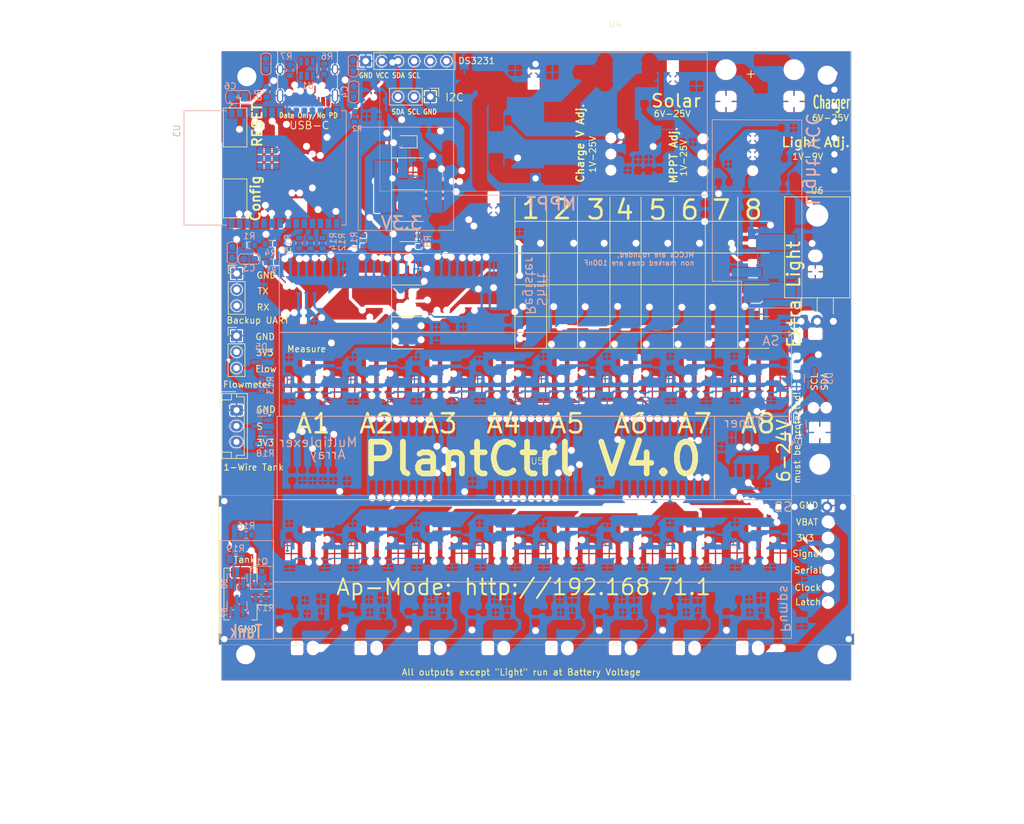
<source format=kicad_pcb>
(kicad_pcb
	(version 20241229)
	(generator "pcbnew")
	(generator_version "9.0")
	(general
		(thickness 1.6)
		(legacy_teardrops no)
	)
	(paper "A4")
	(layers
		(0 "F.Cu" signal)
		(4 "In1.Cu" signal)
		(6 "In2.Cu" signal)
		(2 "B.Cu" signal)
		(9 "F.Adhes" user "F.Adhesive")
		(11 "B.Adhes" user "B.Adhesive")
		(13 "F.Paste" user)
		(15 "B.Paste" user)
		(5 "F.SilkS" user "F.Silkscreen")
		(7 "B.SilkS" user "B.Silkscreen")
		(1 "F.Mask" user)
		(3 "B.Mask" user)
		(17 "Dwgs.User" user "User.Drawings")
		(19 "Cmts.User" user "User.Comments")
		(21 "Eco1.User" user "User.Eco1")
		(23 "Eco2.User" user "User.Eco2")
		(25 "Edge.Cuts" user)
		(27 "Margin" user)
		(31 "F.CrtYd" user "F.Courtyard")
		(29 "B.CrtYd" user "B.Courtyard")
		(35 "F.Fab" user)
		(33 "B.Fab" user)
	)
	(setup
		(stackup
			(layer "F.SilkS"
				(type "Top Silk Screen")
			)
			(layer "F.Paste"
				(type "Top Solder Paste")
			)
			(layer "F.Mask"
				(type "Top Solder Mask")
				(thickness 0.01)
			)
			(layer "F.Cu"
				(type "copper")
				(thickness 0.035)
			)
			(layer "dielectric 1"
				(type "prepreg")
				(thickness 0.1)
				(material "FR4")
				(epsilon_r 4.5)
				(loss_tangent 0.02)
			)
			(layer "In1.Cu"
				(type "copper")
				(thickness 0.035)
			)
			(layer "dielectric 2"
				(type "core")
				(thickness 1.24)
				(material "FR4")
				(epsilon_r 4.5)
				(loss_tangent 0.02)
			)
			(layer "In2.Cu"
				(type "copper")
				(thickness 0.035)
			)
			(layer "dielectric 3"
				(type "prepreg")
				(thickness 0.1)
				(material "FR4")
				(epsilon_r 4.5)
				(loss_tangent 0.02)
			)
			(layer "B.Cu"
				(type "copper")
				(thickness 0.035)
			)
			(layer "B.Mask"
				(type "Bottom Solder Mask")
				(thickness 0.01)
			)
			(layer "B.Paste"
				(type "Bottom Solder Paste")
			)
			(layer "B.SilkS"
				(type "Bottom Silk Screen")
			)
			(copper_finish "HAL lead-free")
			(dielectric_constraints no)
		)
		(pad_to_mask_clearance 0.05)
		(allow_soldermask_bridges_in_footprints no)
		(tenting front back)
		(aux_axis_origin 68.58 26.67)
		(grid_origin 68.58 26.67)
		(pcbplotparams
			(layerselection 0x00000000_00000000_5555555f_ffffffff)
			(plot_on_all_layers_selection 0x00000000_00000000_00000000_00000000)
			(disableapertmacros no)
			(usegerberextensions no)
			(usegerberattributes no)
			(usegerberadvancedattributes no)
			(creategerberjobfile no)
			(dashed_line_dash_ratio 12.000000)
			(dashed_line_gap_ratio 3.000000)
			(svgprecision 4)
			(plotframeref no)
			(mode 1)
			(useauxorigin no)
			(hpglpennumber 1)
			(hpglpenspeed 20)
			(hpglpendiameter 15.000000)
			(pdf_front_fp_property_popups yes)
			(pdf_back_fp_property_popups yes)
			(pdf_metadata yes)
			(pdf_single_document no)
			(dxfpolygonmode yes)
			(dxfimperialunits yes)
			(dxfusepcbnewfont yes)
			(psnegative no)
			(psa4output no)
			(plot_black_and_white yes)
			(sketchpadsonfab no)
			(plotpadnumbers no)
			(hidednponfab no)
			(sketchdnponfab yes)
			(crossoutdnponfab yes)
			(subtractmaskfromsilk no)
			(outputformat 1)
			(mirror no)
			(drillshape 0)
			(scaleselection 1)
			(outputdirectory "gerber/")
		)
	)
	(net 0 "")
	(net 1 "EN")
	(net 2 "VBAT")
	(net 3 "GND")
	(net 4 "3_3V")
	(net 5 "Temp")
	(net 6 "Net-(C2-Pad2)")
	(net 7 "PUMP_ENABLE")
	(net 8 "TANK_SENSOR")
	(net 9 "Charge")
	(net 10 "unconnected-(U3-IO15-Pad23)")
	(net 11 "Net-(Q1-G)")
	(net 12 "ESP_RX")
	(net 13 "ESP_TX")
	(net 14 "Net-(Boot1-Pad2)")
	(net 15 "SDA")
	(net 16 "SCL")
	(net 17 "unconnected-(U3-IO23-Pad21)")
	(net 18 "Net-(CD1-A)")
	(net 19 "Net-(D1-K)")
	(net 20 "Net-(J7-Pin_1)")
	(net 21 "unconnected-(U4-GND-Pad10)")
	(net 22 "unconnected-(U4-GND-Pad9)")
	(net 23 "CD_Probe")
	(net 24 "IsDay")
	(net 25 "LED_ENABLE")
	(net 26 "Net-(J3-CC2)")
	(net 27 "WORKING")
	(net 28 "unconnected-(U4-GND-Pad8)")
	(net 29 "unconnected-(U4-GND-Pad11)")
	(net 30 "unconnected-(J3-SBU1-PadA8)")
	(net 31 "ENABLE_TANK")
	(net 32 "unconnected-(J3-SBU2-PadB8)")
	(net 33 "unconnected-(U4-3V3-Pad4)")
	(net 34 "Net-(J3-CC1)")
	(net 35 "USB_D-")
	(net 36 "FLOW")
	(net 37 "USB_D+")
	(net 38 "BOOT_SEL")
	(net 39 "WARN_LED")
	(net 40 "OE")
	(net 41 "unconnected-(U4-VBAT-Pad1)")
	(net 42 "SQW")
	(net 43 "32K")
	(net 44 "USB_BUS")
	(net 45 "Net-(R3-Pad1)")
	(net 46 "unconnected-(U1-I{slash}O2-Pad4)")
	(net 47 "unconnected-(U1-I{slash}O1-Pad6)")
	(net 48 "unconnected-(U3-IO8-Pad10)")
	(net 49 "unconnected-(U3-IO0-Pad8)")
	(net 50 "unconnected-(U3-NC-Pad22)")
	(net 51 "unconnected-(U5-SDA-Pad6)")
	(net 52 "unconnected-(U5-SCL-Pad5)")
	(net 53 "unconnected-(U5-GND-Pad2)")
	(net 54 "unconnected-(U5-3V3-Pad7)")
	(net 55 "unconnected-(U5-GND-Pad4)")
	(net 56 "unconnected-(U5-VCC-Pad8)")
	(net 57 "unconnected-(U5-GND-Pad1)")
	(net 58 "unconnected-(U5-GND-Pad3)")
	(footprint "MPPT:MPPT" (layer "F.Cu") (at 232.08 36.93))
	(footprint "Button_Switch_SMD:SW_SPST_CK_RS282G05A3" (layer "F.Cu") (at 172.33 52.67 90))
	(footprint "PumpOut:PumpModule" (layer "F.Cu") (at 219.93 105.67))
	(footprint "Button_Switch_SMD:SW_SPST_CK_RS282G05A3" (layer "F.Cu") (at 172.33 63.82 -90))
	(footprint "Connector_PinHeader_2.54mm:PinHeader_1x03_P2.54mm_Vertical" (layer "F.Cu") (at 172.555 85.445))
	(footprint "Connector_JST:JST_EH_B3B-EH-A_1x03_P2.50mm_Vertical" (layer "F.Cu") (at 172.555 97.145 -90))
	(footprint "LED_SMD:LED_0805_2012Metric" (layer "F.Cu") (at 199.23 69.6575 180))
	(footprint "Connector_PinHeader_2.54mm:PinHeader_1x06_P2.54mm_Vertical" (layer "F.Cu") (at 192.87 42.22 90))
	(footprint "Connector_JST:JST_PH_B2B-PH-SM4-TB_1x02-1MP_P2.00mm_Vertical" (layer "F.Cu") (at 174.93 126.07 90))
	(footprint "Connector_PinHeader_2.54mm:PinHeader_1x03_P2.54mm_Vertical" (layer "F.Cu") (at 172.58 75.645))
	(footprint "LED_SMD:LED_0805_2012Metric" (layer "F.Cu") (at 199.28 54.92 180))
	(footprint "Connector_USB:USB_C_Receptacle_HRO_TYPE-C-31-M-12" (layer "F.Cu") (at 183.725 44.545 180))
	(footprint "Package_TO_SOT_THT:TO-220-3_Horizontal_TabDown" (layer "F.Cu") (at 261.33 83.17))
	(footprint "Connector_PinHeader_2.54mm:PinHeader_1x03_P2.54mm_Vertical" (layer "F.Cu") (at 203.03 47.82 -90))
	(footprint "PCM_Capacitor_SMD_Handsoldering_AKL:C_0603_1608Metric_Pad1.08x0.95mm" (layer "B.Cu") (at 177.18 42.67 -90))
	(footprint "Resistor_SMD:R_0603_1608Metric" (layer "B.Cu") (at 184.18 70.87 90))
	(footprint "PCM_Capacitor_SMD_Handsoldering_AKL:C_0603_1608Metric_Pad1.08x0.95mm" (layer "B.Cu") (at 190.98 47.07 -90))
	(footprint "Resistor_SMD:R_0603_1608Metric" (layer "B.Cu") (at 191.105 50.97 90))
	(footprint "Resistor_SMD:R_0603_1608Metric" (layer "B.Cu") (at 176.38 126.67 180))
	(footprint "Package_TO_SOT_SMD:SOT-23" (layer "B.Cu") (at 176.455 89.5825 180))
	(footprint "Package_TO_SOT_SMD:SOT-23" (layer "B.Cu") (at 172.63 123.5325 90))
	(footprint "Resistor_SMD:R_0603_1608Metric" (layer "B.Cu") (at 192.48 70.495 -90))
	(footprint "Resistor_SMD:R_0603_1608Metric" (layer "B.Cu") (at 180.93 43.64 90))
	(footprint "Package_TO_SOT_SMD:SOT-23-6" (layer "B.Cu") (at 183.6325 43.4 90))
	(footprint "Package_TO_SOT_SMD:SOT-23" (layer "B.Cu") (at 176.58 99.67 180))
	(footprint "Resistor_SMD:R_0603_1608Metric" (layer "B.Cu") (at 178.02 73.87 180))
	(footprint "Resistor_SMD:R_0603_1608Metric" (layer "B.Cu") (at 174.055 116.77 180))
	(footprint "PCM_Capacitor_SMD_Handsoldering_AKL:C_0603_1608Metric_Pad1.08x0.95mm" (layer "B.Cu") (at 171.88 72.37 90))
	(footprint "Package_TO_SOT_SMD:SOT-23" (layer "B.Cu") (at 260.555 99.2825 90))
	(footprint "Resistor_SMD:R_0603_1608Metric" (layer "B.Cu") (at 182.4 70.87 -90))
	(footprint "Resistor_SMD:R_0603_1608Metric" (layer "B.Cu") (at 176.58 102.545 180))
	(footprint "PCM_Capacitor_SMD_Handsoldering_AKL:C_0805_2012Metric_Pad1.18x1.45mm" (layer "B.Cu") (at 172.78 47.87 180))
	(footprint "PCM_Capacitor_SMD_Handsoldering_AKL:C_0603_1608Metric_Pad1.08x0.95mm" (layer "B.Cu") (at 174.555 73.37))
	(footprint "Resistor_SMD:R_0805_2012Metric" (layer "B.Cu") (at 172.405 120.56 180))
	(footprint "Resistor_SMD:R_0603_1608Metric" (layer "B.Cu") (at 201.18 70.57 90))
	(footprint "esp32c6:XCVR_ESP32-C6-WROOM-1-N8"
		(layer "B.Cu")
		(uuid "a624af3d-bffa-4ff7-9554-e16d3c677f69")
		(at 177.05 59.025 -90)
		(property "Reference" "U3"
			(at -5.825 13.885 90)
			(layer "B.SilkS")
			(uuid "d5b33f4a-25c8-411f-8cf3-b0ddb5cf04b9")
			(effects
				(font
					(size 1 1)
					(thickness 0.15)
				)
				(justify mirror)
			)
		)
		(property "Value" "ESP32-C6-WROOM-1-N8"
			(at 6.24 -13.865 90)
			(layer "B.Fab")
			(uuid "c29efa2f-8afd-49cd-bbbc-4eee8867b361")
			(effects
				(font
					(size 1 1)
					(thickness 0.15)
				)
				(justify mirror)
			)
		)
		(property "Datasheet" ""
			(at 0 0 90)
			(unlocked yes)
			(layer "B.Fab")
			(hide yes)
			(uuid "40ba170d-f952-498b-9fac-a54147108766")
			(effects
				(font
					(size 1.27 1.27)
					(thickness 0.15)
				)
				(justify mirror)
			)
		)
		(property "Description" ""
			(at 0 0 90)
			(unlocked yes)
			(layer "B.Fab")
			(hide yes)
			(uuid "98dbc862-5b30-41d6-8128-5177e7b96c66")
			(effects
				(font
					(size 1.27 1.27)
					(thickness 0.15)
				)
				(justify mirror)
			)
		)
		(property "MAXIMUM_PACKAGE_HEIGHT" "3.25mm"
			(at 0 0 90)
			(unlocked yes)
			(layer "B.Fab")
			(hide yes)
			(uuid "17a73ae5-d6f5-4d2e-a7af-7c83fbaf9165")
			(effects
				(font
					(size 1 1)
					(thickness 0.15)
				)
				(justify mirror)
			)
		)
		(property "MF" "Espressif Systems"
			(at 0 0 270)
			(unlocked yes)
			(layer "B.Fab")
			(hide yes)
			(uuid "12c9da42-3420-4a7a-a265-332ed975db11")
			(effects
				(font
					(size 1 1)
					(thickness 0.15)
				)
				(justify mirror)
			)
		)
		(property "Package" "None"
			(at 0 0 270)
			(unlocked yes)
			(layer "B.Fab")
			(hide yes)
			(uuid "47033206-8e4b-4522-9ec6-ce6882904acd")
			(effects
				(font
					(size 1 1)
					(thickness 0.15)
				)
				(justify mirror)
			)
		)
		(property "Price" "None"
			(at 0 0 270)
			(unlocked yes)
			(layer "B.Fab")
			(hide yes)
			(uuid "6229e19a-ba91-4545-8f50-829968847fac")
			(effects
				(font
					(size 1 1)
					(thickness 0.15)
				)
				(justify mirror)
			)
		)
		(property "Check_prices" "https://www.snapeda.com/parts/ESP32-C6-WROOM-1-N8/Espressif+Systems/view-part/?ref=eda"
			(at 0 0 270)
			(unlocked yes)
			(layer "B.Fab")
			(hide yes)
			(uuid "6600633a-f237-476a-9762-068e02160458")
			(effects
				(font
					(size 1 1)
					(thickness 0.15)
				)
				(justify mirror)
			)
		)
		(property "STANDARD" "Manufacturer Recommendations"
			(at 0 0 270)
			(unlocked yes)
			(layer "B.Fab")
			(hide yes)
			(uuid "1b9cca3f-8693-4b01-95c4-607172b68f5f")
			(effects
				(font
					(size 1 1)
					(thickness 0.15)
				)
				(justify mirror)
			)
		)
		(property "PARTREV" "1.0"
			(at 0 0 270)
			(unlocked yes)
			(layer "B.Fab")
			(hide yes)
			(uuid "527a3018-489d-4c29-998a-74b971fa010c")
			(effects
				(font
					(size 1 1)
					(thickness 0.15)
				)
				(justify mirror)
			)
		)
		(property "SnapEDA_Link" "https://www.snapeda.com/parts/ESP32-C6-WROOM-1-N8/Espressif+Systems/view-part/?ref=snap"
			(at 0 0 270)
			(unlocked yes)
			(layer "B.Fab")
			(hide yes)
			(uuid "89e67eb5-fb11-4189-b514-39806bd191c7")
			(effects
				(font
					(size 1 1)
					(thickness 0.15)
				)
				(justify mirror)
			)
		)
		(property "MP" "ESP32-C6-WROOM-1-N8"
			(at 0 0 270)
			(unlocked yes)
			(layer "B.Fab")
			(hide yes)
			(uuid "51033315-de84-488a-9552-a63df6ac138e")
			(effects
				(font
					(size 1 1)
					(thickness 0.15)
				)
				(justify mirror)
			)
		)
		(property "Purchase-URL" "https://www.snapeda.com/api/url_track_click_mouser/?unipart_id=12616380&manufacturer=Espressif Systems&part_name=ESP32-C6-WROOM-1-N8&search_term=None"
			(at 0 0 270)
			(unlocked yes)
			(layer "B.Fab")
			(hide yes)
			(uuid "09d4b442-ea2f-4e68-9328-978d6c5e4f1a")
			(effects
				(font
					(size 1 1)
					(thickness 0.15)
				)
				(justify mirror)
			)
		)
		(property "Description_1" "\nMultiprotocol Modules ESP32-C6 module, Wi-Fi 6 in 2.4 GHz band, Bluetooth 5, Zigbee 3.0 and Thread. ESP34-WROOM Compatible - ENGINEERING SAMPLE\n"
			(at 0 0 270)
			(unlocked yes)
			(layer "B.Fab")
			(hide yes)
			(uuid "865f214d-f855-4618-b2bf-96b2a3de6528")
			(effects
				(font
					(size 1 1)
					(thickness 0.15)
				)
				(justify mirror)
			)
		)
		(property "Availability" "In Stock"
			(at 0 0 270)
			(unlocked yes)
			(layer "B.Fab")
			(hide yes)
			(uuid "0a049e35-b42a-4084-b5a5-91f7d78ccf6e")
			(effects
				(font
					(size 1 1)
					(thickness 0.15)
				)
				(justify mirror)
			)
		)
		(property "MANUFACTURER" "Espressif Systems"
			(at 0 0 270)
			(unlocked yes)
			(layer "B.Fab")
			(hide yes)
			(uuid "d9523897-607d-4cf8-80b3-034948f9ca34")
			(effects
				(font
					(size 1 1)
					(thickness 0.15)
				)
				(justify mirror)
			)
		)
		(property "LCSC_PART_NUMBER" "C5366877"
			(at 0 0 270)
			(unlocked yes)
			(layer "B.Fab")
			(hide yes)
			(uuid "7b7c8dc2-9f2c-418a-ae63-70b462248d30")
			(effects
				(font
					(size 1 1)
					(thickness 0.15)
				)
				(justify mirror)
			)
		)
		(path "/f7232738-47a5-44b3-868d-eabb66b56887")
		(sheetname "/")
		(sheetfile "PlantCtrlESP32.kicad_sch")
		(attr smd)
		(fp_line
			(start -9 12.75)
			(end -9 6.03)
			(stroke
				(width 0.127)
				(type solid)
			)
			(layer "B.SilkS")
			(uuid "494ce26b-9aa0-4bf4-a9ae-57e559e2225a")
		)
		(fp_line
			(start 9 12.75)
			(end -9 12.75)
			(stroke
				(width 0.127)
				(type solid)
			)
			(layer "B.SilkS")
			(uuid "5e75a5f7-7178-45f9-a9cf-d507b5d086d1")
		)
		(fp_line
			(start 9 6.03)
			(end 9 12.75)
			(stroke
				(width 0.127)
				(type solid)
			)
			(layer "B.SilkS")
			(uuid "b7561345-9bca-48a1-8c60-0a1a80894c75")
		)
		(fp_line
			(start -9 -12.02)
			(end -9 -12.75)
			(stroke
				(width 0.127)
				(type solid)
			)
			(layer "B.SilkS")
			(uuid "a2d74d62-2576-419b-a6e9-63e131d52af3")
		)
		(fp_line
			(start 9 -12.75)
			(end 9 -12.02)
			(stroke
				(width 0.127)
				(type solid)
			)
			(layer "B.SilkS")
			(uuid "39dd7fc7-a9bf-4a16-a170-ce3a6473759e")
		)
		(fp_line
			(start 9 -12.75)
			(end -9 -12.75)
			(stroke
				(width 0.127)
				(type solid)
			)
			(layer "B.SilkS")
			(uuid "1c072639-44ba-4414-a916-84bd0c702230")
		)
		(fp_circle
			(center -10 5.25)
			(end -9.9 5.25)
			(stroke
				(width 0.2)
				(type solid)
			)
			(fill no)
			(layer "B.SilkS")
			(uuid "5f6d5063-7704-4250-981d-187862e64ac9")
		)
		(fp_line
			(start -9.75 13)
			(end 9.75 13)
			(stroke
				(width 0.05)
				(type solid)
			)
			(layer "B.CrtYd")
			(uuid "34b346b0-f917-4e90-8d0f-7c5a66b47ad7")
		)
		(fp_line
			(start 9.75 13)
			(end 9.75 -13)
			(stroke
				(width 0.05)
				(type solid)
			)
			(layer "B.CrtYd")
			(uuid "80a66b8d-9015-4b98-828e-762e206aad5d")
		)
		(fp_line
			(start -9.75 -13)
			(end -9.75 13)
			(stroke
				(width 0.05)
				(type solid)
			)
			(layer "B.CrtYd")
			(uuid "8b904626-4bfb-4099-b5dd-8cbcc1028267")
		)
		(fp_line
			(start 9.75 -13)
			(end -9.75 -13)
			(stroke
				(width 0.05)
				(type solid)
			)
			(layer "B.CrtYd")
			(uuid "fc49a321-a33f-4800-b775-4847733192e6")
		)
		(fp_line
			(start -9 12.75)
			(end -9 -12.75)
			(stroke
				(width 0.127)
				(type solid)
			)
			(layer "B.Fab")
			(uuid "bd41a920-1057-4571-b819-e40e6e9f1230")
		)
		(fp_line
			(start 9 12.75)
			(end -9 12.75)
			(stroke
				(width 0.127)
				(type solid)
			)
			(layer "B.Fab")
			(uuid "5a0bea13-d785-4c1b-8041-fd55fdfdf517")
		)
		(fp_line
			(start 9 -12.75)
			(end 9 12.75)
			(stroke
				(width 0.127)
				(type solid)
			)
			(layer "B.Fab")
			(uuid "6a2f8571-f5c1-411f-90f7-7345c08d8fc1")
		)
		(fp_line
			(start 9 -12.75)
			(end -9 -12.75)
			(stroke
				(width 0.127)
				(type solid)
			)
			(layer "B.Fab")
			(uuid "1e76f1c1-406f-4769-a55c-ec28ff57b505")
		)
		(fp_circle
			(center -10 5.25)
			(end -9.9 5.25)
			(stroke
				(width 0.2)
				(type solid)
			)
			(fill no)
			(layer "B.Fab")
			(uuid "f777cba4-e91b-48b0-b6cd-96cd7437cf26")
		)
		(pad "1" smd rect
			(at -8.75 5.26 270)
			(size 1.5 0.9)
			(layers "B.Cu" "B.Mask" "B.Paste")
			(net 3 "GND")
			(pinfunction "GND")
			(pintype "power_in")
			(solder_mask_margin 0.102)
			(uuid "f7cb1e19-b6d7-452a-9a8d-d1b9f4eefcce")
		)
		(pad "2" smd rect
			(at -8.75 3.99 270)
			(size 1.5 0.9)
			(layers "B.Cu" "B.Mask" "B.Paste")
			(net 4 "3_3V")
			(pinfunction "3V3")
			(pintype "power_in")
			(solder_mask_margin 0.102)
			(uuid "748e1ca5-34c0-4e6f-9a5d-12a13eef6b9c")
		)
		(pad "3" smd rect
			(at -8.75 2.72 270)
			(size 1.5 0.9)
			(layers "B.Cu" "B.Mask" "B.Paste")
			(net 1 "EN")
			(pinfunction "EN")
			(pintype "input")
			(solder_mask_margin 0.102)
			(uuid "7d2f3549-1e63-4732-895c-49e64db929fb")
		)
		(pad "4" smd rect
			(at -8.75 1.45 270)
			(size 1.5 0.9)
			(layers "B.Cu" "B.Mask" "B.Paste")
			(net 36 "FLOW")
			(pinfunction "IO4")
			(pintype "bidirectional")
			(solder_mask_margin 0.102)
			(uuid "b21e5be3-a0a1-4ffd-b459-314c3f4710a6")
		)
		(pad "5" smd rect
			(at -8.75 0.18 270)
			(size 1.5 0.9)
			(layers "B.Cu" "B.Mask" "B.Paste")
			(net 8 "TANK_SENSOR")
			(pinfunction "IO5")
			(pintype "bidirectional")
			(solder_mask_margin 0.102)
			(uuid "3856d392-5503-4e49-ada6-50a6d591d184")
		)
		(pad "6" smd rect
			(at -8.75 -1.09 270)
			(size 1.5 0.9)
			(layers "B.Cu" "B.Mask" "B.Paste")
			(net 39 "WARN_LED")
			(pinfunction "IO6")
			(pintype "bidirectional")
			(solder_mask_margin 0.102)
			(uuid "93ee689d-35cd-4178-b061-a7279523ba7f")
		)
		(pad "7" smd rect
			(at -8.75 -2.36 270)
			(size 1.5 0.9)
			(layers "B.Cu" "B.Mask" "B.Paste")
			(net 24 "IsDay")
			(pinfunction "IO7")
			(pintype "bidirectional")
			(solder_mask_margin 0.102)
			(uuid "c1825512-72f4-48d9-9adb-55148932c7c3")
		)
		(pad "8" smd rect
			(at -8.75 -3.63 270)
			(size 1.5 0.9)
			(layers "B.Cu" "B.Mask" "B.Paste")
			(net 49 "unconnected-(U3-IO0-Pad8)")
			(pinfunction "IO0")
			(pintype "bidirectional+no_connect")
			(solder_mask_margin 0.102)
			(uuid "2645257d-590a-471b-ab8e-70dfa33d16d6")
		)
		(pad "9" smd rect
			(at -8.75 -4.9 270)
			(size 1.5 0.9)
			(layers "B.Cu" "B.Mask" "B.Paste")
			(net 38 "BOOT_SEL")
			(pinfunction "IO1")
			(pintype "bidirectional")
			(solder_mask_margin 0.102)
			(uuid "f611c7c5-7c4b-4a30-950e-80999a717aa4")
		)
		(pad "10" smd rect
			(at -8.75 -6.17 270)
			(size 1.5 0.9)
			(layers "B.Cu" "B.Mask" "B.Paste")
			(net 48 "unconnected-(U3-IO8-Pad10)")
			(pinfunction "IO8")
			(pintype "bidirectional+no_connect")
			(solder_mask_margin 0.102)
			(uuid "03173b1e-5318-4061-bb62-223041529cec")
		)
		(pad "11" smd rect
			(at -8.75 -7.44 270)
			(size 1.5 0.9)
			(layers "B.Cu" "B.Mask" "B.Paste")
			(net 25 "LED_ENABLE")
			(pinfunction "IO10")
			(pintype "bidirectional")
			(solder_mask_margin 0.102)
			(uuid "1230a1b2-24c0-410b-a0e4-a2e0dfb92eb3")
		)
		(pad "12" smd rect
			(at -8.75 -8.71 270)
			(size 1.5 0.9)
			(layers "B.Cu" "B.Mask" "B.Paste")
			(net 31 "ENABLE_TANK")
			(pinfunction "IO11")
			(pintype "bidirectional")
			(solder_mask_margin 0.102)
			(uuid "6e9016d6-48b4-4d7d-bd17-c501a13383cd")
		)
		(pad "13" smd rect
			(at -8.75 -9.98 270)
			(size 1.5 0.9)
			(layers "B.Cu" "B.Mask" "B.Paste")
			(net 35 "USB_D-")
			(pinfunction "IO12")
			(pintype "bidirectional")
			(solder_mask_margin 0.102)
			(uuid "746db41a-8537-48d7-8cd7-5f24554a7e33")
		)
		(pad "14" smd rect
			(at -8.75 -11.25 270)
			(size 1.5 0.9)
			(layers "B.Cu" "B.Mask" "B.Paste")
			(net 37 "USB_D+")
			(pinfunction "IO13")
			(pintype "bidirectional")
			(solder_mask_margin 0.102)
			(uuid "8b7db15d-ea6f-4401-9934-dd0e23d60117")
		)
		(pad "15" smd rect
			(at 8.75 -11.25 270)
			(size 1.5 0.9)
			(layers "B.Cu" "B.Mask" "B.Paste")
			(net 38 "BOOT_SEL")
			(pinfunction "IO9")
			(pintype "bidirectional")
			(solder_mask_margin 0.102)
			(uuid "b80cb0ae-9fe4-42ab-8e5b-7fc2a3a69943")
		)
		(pad "16" smd rect
			(at 8.75 -9.98 270)
			(size 1.5 0.9)
			(layers "B.Cu" "B.Mask" "B.Paste")
			(net 5 "Temp")
			(pinfunction "IO18")
			(pintype "bidirectional")
			(solder_mask_margin 0.102)
			(uuid "c532dd38-e458-47da-ba0d-ebf0fb3e6cd0")
		)
		(pad "17" smd rect
			(at 8.75 -8.71 270)
			(size 1.5 0.9)
			(layers "B.Cu" "B.Mask" "B.Paste")
			(net 16 "SCL")
			(pinfunction "IO19")
			(pintype "bidirectional")
			(solder_mask_margin 0.102)
			(uuid "ff30b067-bde6-4d9e-9763-c63eb8e33f56")
		)
		(pad "18" smd rect
			(at 8.75 -7.44 270)
			(size 1.5 0.9)
			(layers "B.Cu" "B.Mask" "B.Paste")
			(net 15 "SDA")
			(pinfunction "IO20")
			(pintype "bidirectional")
			(solder_mask_margin 0.102)
			(uuid "d8d1936a-a4be-4095-9d2e-0079c2af27e7")
		)
		(pad "19" smd rect
			(at 8.75 -6.17 270)
			(size 1.5 0.9)
			(layers "B.Cu" "B.Mask" "B.Paste")
			(net 40 "OE")
			(pinfunction "IO21")
			(pintype "bidirectional")
			(solder_mask_margin 0.102)
			(uuid "797cee40-b4f2-43c7-bce3-7437670b201a")
		)
		(pad "20" smd rect
			(at 8.75 -4.9 270)
			(size 1.5 0.9)
			(layers "B.Cu" "B.Mask" "B.Paste")
			(net 23 "CD_Probe")
			(pinfunction "IO22")
			(pintype "bidirectional")
			(solder_mask_margin 0.102)
			(uuid "a2ed42b6-dbe7-4303-9149-9da9615e1810")
		)
		(pad "21" smd rect
			(at 8.75 -3.63 270)
			(size 1.5 0.9)
			(layers "B.Cu" "B.Mask" "B.Paste")
			(net 17 "unconnected-(U3-IO23-Pad21)")
			(pinfunction "IO23")
			(pintype "bidirectional")
			(solder_mask_margin 0.102)
			(uuid "ea157612-6a4f-4605-9275-08c0ecdff2c0")
		)
		(pad "22" smd rect
			(at 8.75 -2.36 270
... [3096568 chars truncated]
</source>
